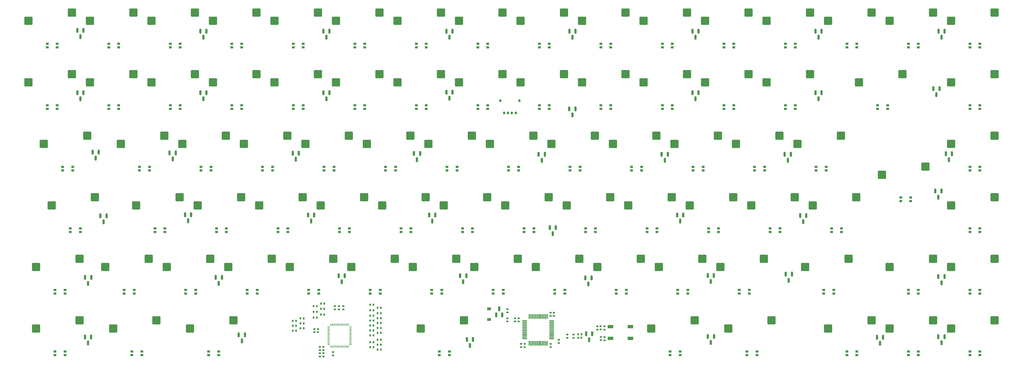
<source format=gbp>
G04 #@! TF.GenerationSoftware,KiCad,Pcbnew,7.0.2*
G04 #@! TF.CreationDate,2023-04-27T19:56:02+01:00*
G04 #@! TF.ProjectId,ISO75+STM+PKRGB,49534f37-352b-4535-944d-2b504b524742,rev?*
G04 #@! TF.SameCoordinates,Original*
G04 #@! TF.FileFunction,Paste,Bot*
G04 #@! TF.FilePolarity,Positive*
%FSLAX46Y46*%
G04 Gerber Fmt 4.6, Leading zero omitted, Abs format (unit mm)*
G04 Created by KiCad (PCBNEW 7.0.2) date 2023-04-27 19:56:02*
%MOMM*%
%LPD*%
G01*
G04 APERTURE LIST*
G04 Aperture macros list*
%AMRoundRect*
0 Rectangle with rounded corners*
0 $1 Rounding radius*
0 $2 $3 $4 $5 $6 $7 $8 $9 X,Y pos of 4 corners*
0 Add a 4 corners polygon primitive as box body*
4,1,4,$2,$3,$4,$5,$6,$7,$8,$9,$2,$3,0*
0 Add four circle primitives for the rounded corners*
1,1,$1+$1,$2,$3*
1,1,$1+$1,$4,$5*
1,1,$1+$1,$6,$7*
1,1,$1+$1,$8,$9*
0 Add four rect primitives between the rounded corners*
20,1,$1+$1,$2,$3,$4,$5,0*
20,1,$1+$1,$4,$5,$6,$7,0*
20,1,$1+$1,$6,$7,$8,$9,0*
20,1,$1+$1,$8,$9,$2,$3,0*%
G04 Aperture macros list end*
%ADD10RoundRect,0.135000X0.185000X-0.135000X0.185000X0.135000X-0.185000X0.135000X-0.185000X-0.135000X0*%
%ADD11RoundRect,0.250000X1.025000X1.000000X-1.025000X1.000000X-1.025000X-1.000000X1.025000X-1.000000X0*%
%ADD12RoundRect,0.140000X-0.170000X0.140000X-0.170000X-0.140000X0.170000X-0.140000X0.170000X0.140000X0*%
%ADD13R,1.200000X0.900000*%
%ADD14RoundRect,0.135000X-0.135000X-0.185000X0.135000X-0.185000X0.135000X0.185000X-0.135000X0.185000X0*%
%ADD15RoundRect,0.070000X0.330000X-0.280000X0.330000X0.280000X-0.330000X0.280000X-0.330000X-0.280000X0*%
%ADD16RoundRect,0.150000X-0.150000X0.587500X-0.150000X-0.587500X0.150000X-0.587500X0.150000X0.587500X0*%
%ADD17RoundRect,0.135000X0.135000X0.185000X-0.135000X0.185000X-0.135000X-0.185000X0.135000X-0.185000X0*%
%ADD18RoundRect,0.135000X-0.185000X0.135000X-0.185000X-0.135000X0.185000X-0.135000X0.185000X0.135000X0*%
%ADD19O,0.220000X0.740000*%
%ADD20O,0.740000X0.220000*%
%ADD21RoundRect,0.140000X0.170000X-0.140000X0.170000X0.140000X-0.170000X0.140000X-0.170000X-0.140000X0*%
%ADD22R,1.800000X1.100000*%
%ADD23RoundRect,0.075000X0.075000X-0.662500X0.075000X0.662500X-0.075000X0.662500X-0.075000X-0.662500X0*%
%ADD24RoundRect,0.075000X0.662500X-0.075000X0.662500X0.075000X-0.662500X0.075000X-0.662500X-0.075000X0*%
%ADD25RoundRect,0.140000X-0.140000X-0.170000X0.140000X-0.170000X0.140000X0.170000X-0.140000X0.170000X0*%
%ADD26RoundRect,0.150000X-0.150000X-0.275000X0.150000X-0.275000X0.150000X0.275000X-0.150000X0.275000X0*%
%ADD27RoundRect,0.175000X-0.175000X-0.225000X0.175000X-0.225000X0.175000X0.225000X-0.175000X0.225000X0*%
%ADD28RoundRect,0.150000X0.150000X-0.587500X0.150000X0.587500X-0.150000X0.587500X-0.150000X-0.587500X0*%
G04 APERTURE END LIST*
D10*
X110998000Y-109018800D03*
X110998000Y-107998800D03*
D11*
X229177500Y-95885000D03*
X242627500Y-93345000D03*
D12*
X192140000Y-117530000D03*
X192140000Y-118490000D03*
D13*
X157500000Y-108850000D03*
X157500000Y-112150000D03*
D14*
X120648000Y-115462000D03*
X121668000Y-115462000D03*
D11*
X231558750Y-114935000D03*
X245008750Y-112395000D03*
D15*
X237368750Y-123105000D03*
X237368750Y-122005000D03*
X240468750Y-122005000D03*
X240468750Y-123105000D03*
D16*
X80000000Y-116862500D03*
X81900000Y-116862500D03*
X80950000Y-118737500D03*
D11*
X181552500Y-76835000D03*
X195002500Y-74295000D03*
D16*
X37150000Y-80025000D03*
X39050000Y-80025000D03*
X38100000Y-81900000D03*
D15*
X134975000Y-46905000D03*
X134975000Y-45805000D03*
X138075000Y-45805000D03*
X138075000Y-46905000D03*
D14*
X122934000Y-118364000D03*
X123954000Y-118364000D03*
D11*
X262515000Y-114935000D03*
X275965000Y-112395000D03*
X91065000Y-19685000D03*
X104515000Y-17145000D03*
D15*
X134975000Y-27855000D03*
X134975000Y-26755000D03*
X138075000Y-26755000D03*
X138075000Y-27855000D03*
D11*
X281565000Y-114935000D03*
X295015000Y-112395000D03*
D16*
X63343750Y-79662500D03*
X65243750Y-79662500D03*
X64293750Y-81537500D03*
D11*
X136308750Y-114935000D03*
X149758750Y-112395000D03*
X48202500Y-76835000D03*
X61652500Y-74295000D03*
D15*
X39725000Y-46905000D03*
X39725000Y-45805000D03*
X42825000Y-45805000D03*
X42825000Y-46905000D03*
D11*
X72015000Y-38735000D03*
X85465000Y-36195000D03*
X172027500Y-95885000D03*
X185477500Y-93345000D03*
D15*
X87350000Y-65955000D03*
X87350000Y-64855000D03*
X90450000Y-64855000D03*
X90450000Y-65955000D03*
X284993750Y-75480000D03*
X284993750Y-74380000D03*
X288093750Y-74380000D03*
X288093750Y-75480000D03*
X249275000Y-27855000D03*
X249275000Y-26755000D03*
X252375000Y-26755000D03*
X252375000Y-27855000D03*
D11*
X17246250Y-95885000D03*
X30696250Y-93345000D03*
X105352500Y-76835000D03*
X118802500Y-74295000D03*
D15*
X58775000Y-27855000D03*
X58775000Y-26755000D03*
X61875000Y-26755000D03*
X61875000Y-27855000D03*
D17*
X97735000Y-114046000D03*
X96715000Y-114046000D03*
D15*
X115925000Y-46905000D03*
X115925000Y-45805000D03*
X119025000Y-45805000D03*
X119025000Y-46905000D03*
D11*
X114877500Y-95885000D03*
X128327500Y-93345000D03*
X148215000Y-19685000D03*
X161665000Y-17145000D03*
D16*
X277656250Y-117600000D03*
X279556250Y-117600000D03*
X278606250Y-119475000D03*
D11*
X138690000Y-57785000D03*
X152140000Y-55245000D03*
D16*
X187575000Y-116537500D03*
X189475000Y-116537500D03*
X188525000Y-118412500D03*
D18*
X109150000Y-122172000D03*
X109150000Y-123192000D03*
D16*
X30006250Y-41925000D03*
X31906250Y-41925000D03*
X30956250Y-43800000D03*
D11*
X119640000Y-57785000D03*
X133090000Y-55245000D03*
X200602500Y-76835000D03*
X214052500Y-74295000D03*
D16*
X110950000Y-98562500D03*
X112850000Y-98562500D03*
X111900000Y-100437500D03*
D11*
X133927500Y-95885000D03*
X147377500Y-93345000D03*
D15*
X173075000Y-27855000D03*
X173075000Y-26755000D03*
X176175000Y-26755000D03*
X176175000Y-27855000D03*
X215937500Y-104055000D03*
X215937500Y-102955000D03*
X219037500Y-102955000D03*
X219037500Y-104055000D03*
X277850000Y-46905000D03*
X277850000Y-45805000D03*
X280950000Y-45805000D03*
X280950000Y-46905000D03*
D12*
X166700000Y-111770000D03*
X166700000Y-112730000D03*
D16*
X215743750Y-79762500D03*
X217643750Y-79762500D03*
X216693750Y-81637500D03*
D11*
X33915000Y-38735000D03*
X47365000Y-36195000D03*
D15*
X23056250Y-104055000D03*
X23056250Y-102955000D03*
X26156250Y-102955000D03*
X26156250Y-104055000D03*
D11*
X214890000Y-57785000D03*
X228340000Y-55245000D03*
D15*
X39725000Y-27855000D03*
X39725000Y-26755000D03*
X42825000Y-26755000D03*
X42825000Y-27855000D03*
D16*
X58581250Y-60525000D03*
X60481250Y-60525000D03*
X59531250Y-62400000D03*
D18*
X181750000Y-116740000D03*
X181750000Y-117760000D03*
D15*
X225462500Y-85005000D03*
X225462500Y-83905000D03*
X228562500Y-83905000D03*
X228562500Y-85005000D03*
D16*
X249081250Y-60975000D03*
X250981250Y-60975000D03*
X250031250Y-62850000D03*
D11*
X67252500Y-76835000D03*
X80702500Y-74295000D03*
D15*
X220700000Y-65955000D03*
X220700000Y-64855000D03*
X223800000Y-64855000D03*
X223800000Y-65955000D03*
X142118750Y-123105000D03*
X142118750Y-122005000D03*
X145218750Y-122005000D03*
X145218750Y-123105000D03*
D11*
X272040000Y-38735000D03*
X285490000Y-36195000D03*
D16*
X134250000Y-60762500D03*
X136150000Y-60762500D03*
X135200000Y-62637500D03*
D11*
X205365000Y-19685000D03*
X218815000Y-17145000D03*
D14*
X122934000Y-108458000D03*
X123954000Y-108458000D03*
D16*
X34750000Y-60262500D03*
X36650000Y-60262500D03*
X35700000Y-62137500D03*
D11*
X224415000Y-19685000D03*
X237865000Y-17145000D03*
D15*
X306425000Y-104055000D03*
X306425000Y-102955000D03*
X309525000Y-102955000D03*
X309525000Y-104055000D03*
D11*
X243465000Y-19685000D03*
X256915000Y-17145000D03*
X22008750Y-76835000D03*
X35458750Y-74295000D03*
D12*
X163200000Y-111770000D03*
X163200000Y-112730000D03*
D15*
X158787500Y-104055000D03*
X158787500Y-102955000D03*
X161887500Y-102955000D03*
X161887500Y-104055000D03*
D17*
X106428000Y-108839000D03*
X105408000Y-108839000D03*
D16*
X220506250Y-22875000D03*
X222406250Y-22875000D03*
X221456250Y-24750000D03*
D11*
X210127500Y-95885000D03*
X223577500Y-93345000D03*
X300615000Y-114935000D03*
X314065000Y-112395000D03*
X129165000Y-19685000D03*
X142615000Y-17145000D03*
X72015000Y-19685000D03*
X85465000Y-17145000D03*
D15*
X306425000Y-27855000D03*
X306425000Y-26755000D03*
X309525000Y-26755000D03*
X309525000Y-27855000D03*
D14*
X185090000Y-116700000D03*
X186110000Y-116700000D03*
D11*
X281565000Y-19685000D03*
X295015000Y-17145000D03*
D19*
X114000000Y-120530000D03*
X113600000Y-120530000D03*
X113200000Y-120530000D03*
X112800000Y-120530000D03*
X112400000Y-120530000D03*
X112000000Y-120530000D03*
X111600000Y-120530000D03*
X111200000Y-120530000D03*
X110800000Y-120530000D03*
X110400000Y-120530000D03*
X110000000Y-120530000D03*
X109600000Y-120530000D03*
X109200000Y-120530000D03*
X108800000Y-120530000D03*
X108400000Y-120530000D03*
D20*
X107795000Y-119925000D03*
X107795000Y-119525000D03*
X107795000Y-119125000D03*
X107795000Y-118725000D03*
X107795000Y-118325000D03*
X107795000Y-117925000D03*
X107795000Y-117525000D03*
X107795000Y-117125000D03*
X107795000Y-116725000D03*
X107795000Y-116325000D03*
X107795000Y-115925000D03*
X107795000Y-115525000D03*
X107795000Y-115125000D03*
X107795000Y-114725000D03*
X107795000Y-114325000D03*
D19*
X108400000Y-113720000D03*
X108800000Y-113720000D03*
X109200000Y-113720000D03*
X109600000Y-113720000D03*
X110000000Y-113720000D03*
X110400000Y-113720000D03*
X110800000Y-113720000D03*
X111200000Y-113720000D03*
X111600000Y-113720000D03*
X112000000Y-113720000D03*
X112400000Y-113720000D03*
X112800000Y-113720000D03*
X113200000Y-113720000D03*
X113600000Y-113720000D03*
X114000000Y-113720000D03*
D20*
X114605000Y-114325000D03*
X114605000Y-114725000D03*
X114605000Y-115125000D03*
X114605000Y-115525000D03*
X114605000Y-115925000D03*
X114605000Y-116325000D03*
X114605000Y-116725000D03*
X114605000Y-117125000D03*
X114605000Y-117525000D03*
X114605000Y-117925000D03*
X114605000Y-118325000D03*
X114605000Y-118725000D03*
X114605000Y-119125000D03*
X114605000Y-119525000D03*
X114605000Y-119925000D03*
D10*
X112369600Y-109018800D03*
X112369600Y-107998800D03*
D15*
X27818750Y-85005000D03*
X27818750Y-83905000D03*
X30918750Y-83905000D03*
X30918750Y-85005000D03*
D17*
X97740000Y-112522000D03*
X96720000Y-112522000D03*
D21*
X104512500Y-116012500D03*
X104512500Y-115052500D03*
D15*
X206412500Y-85005000D03*
X206412500Y-83905000D03*
X209512500Y-83905000D03*
X209512500Y-85005000D03*
D14*
X122934000Y-111652000D03*
X123954000Y-111652000D03*
D15*
X23056250Y-123105000D03*
X23056250Y-122005000D03*
X26156250Y-122005000D03*
X26156250Y-123105000D03*
D11*
X238702500Y-76835000D03*
X252152500Y-74295000D03*
D22*
X201275000Y-114275000D03*
X195075000Y-114275000D03*
X201275000Y-117975000D03*
X195075000Y-117975000D03*
D11*
X262515000Y-19685000D03*
X275965000Y-17145000D03*
D15*
X96875000Y-46905000D03*
X96875000Y-45805000D03*
X99975000Y-45805000D03*
X99975000Y-46905000D03*
D11*
X100590000Y-57785000D03*
X114040000Y-55245000D03*
D16*
X106206250Y-22875000D03*
X108106250Y-22875000D03*
X107156250Y-24750000D03*
D15*
X73062500Y-85005000D03*
X73062500Y-83905000D03*
X76162500Y-83905000D03*
X76162500Y-85005000D03*
X306425000Y-85005000D03*
X306425000Y-83905000D03*
X309525000Y-83905000D03*
X309525000Y-85005000D03*
D11*
X224415000Y-38735000D03*
X237865000Y-36195000D03*
X279183750Y-67310000D03*
X292633750Y-64770000D03*
D21*
X192100000Y-115180000D03*
X192100000Y-114220000D03*
D16*
X296650000Y-98862500D03*
X298550000Y-98862500D03*
X297600000Y-100737500D03*
D15*
X287375000Y-27855000D03*
X287375000Y-26755000D03*
X290475000Y-26755000D03*
X290475000Y-27855000D03*
X268325000Y-123105000D03*
X268325000Y-122005000D03*
X271425000Y-122005000D03*
X271425000Y-123105000D03*
X261181250Y-104055000D03*
X261181250Y-102955000D03*
X264281250Y-102955000D03*
X264281250Y-104055000D03*
D11*
X86302500Y-76835000D03*
X99752500Y-74295000D03*
D16*
X225250000Y-98462500D03*
X227150000Y-98462500D03*
X226200000Y-100337500D03*
D11*
X17246250Y-114935000D03*
X30696250Y-112395000D03*
D15*
X63537500Y-104055000D03*
X63537500Y-102955000D03*
X66637500Y-102955000D03*
X66637500Y-104055000D03*
D16*
X182406250Y-22875000D03*
X184306250Y-22875000D03*
X183356250Y-24750000D03*
D15*
X263562500Y-85005000D03*
X263562500Y-83905000D03*
X266662500Y-83905000D03*
X266662500Y-85005000D03*
D21*
X103412500Y-116012500D03*
X103412500Y-115052500D03*
D15*
X211175000Y-46905000D03*
X211175000Y-45805000D03*
X214275000Y-45805000D03*
X214275000Y-46905000D03*
D16*
X176270000Y-83672500D03*
X178170000Y-83672500D03*
X177220000Y-85547500D03*
D11*
X64871250Y-114935000D03*
X78321250Y-112395000D03*
D15*
X144500000Y-65955000D03*
X144500000Y-64855000D03*
X147600000Y-64855000D03*
X147600000Y-65955000D03*
D16*
X258606250Y-41925000D03*
X260506250Y-41925000D03*
X259556250Y-43800000D03*
D23*
X175470000Y-119478500D03*
X174970000Y-119478500D03*
X174470000Y-119478500D03*
X173970000Y-119478500D03*
X173470000Y-119478500D03*
X172970000Y-119478500D03*
X172470000Y-119478500D03*
X171970000Y-119478500D03*
X171470000Y-119478500D03*
X170970000Y-119478500D03*
X170470000Y-119478500D03*
X169970000Y-119478500D03*
D24*
X168557500Y-118066000D03*
X168557500Y-117566000D03*
X168557500Y-117066000D03*
X168557500Y-116566000D03*
X168557500Y-116066000D03*
X168557500Y-115566000D03*
X168557500Y-115066000D03*
X168557500Y-114566000D03*
X168557500Y-114066000D03*
X168557500Y-113566000D03*
X168557500Y-113066000D03*
X168557500Y-112566000D03*
D23*
X169970000Y-111153500D03*
X170470000Y-111153500D03*
X170970000Y-111153500D03*
X171470000Y-111153500D03*
X171970000Y-111153500D03*
X172470000Y-111153500D03*
X172970000Y-111153500D03*
X173470000Y-111153500D03*
X173970000Y-111153500D03*
X174470000Y-111153500D03*
X174970000Y-111153500D03*
X175470000Y-111153500D03*
D24*
X176882500Y-112566000D03*
X176882500Y-113066000D03*
X176882500Y-113566000D03*
X176882500Y-114066000D03*
X176882500Y-114566000D03*
X176882500Y-115066000D03*
X176882500Y-115566000D03*
X176882500Y-116066000D03*
X176882500Y-116566000D03*
X176882500Y-117066000D03*
X176882500Y-117566000D03*
X176882500Y-118066000D03*
D16*
X148550000Y-98562500D03*
X150450000Y-98562500D03*
X149500000Y-100437500D03*
D17*
X104142000Y-109728000D03*
X103122000Y-109728000D03*
D11*
X129165000Y-38735000D03*
X142615000Y-36195000D03*
D15*
X44487500Y-104055000D03*
X44487500Y-102955000D03*
X47587500Y-102955000D03*
X47587500Y-104055000D03*
D14*
X120648000Y-120650000D03*
X121668000Y-120650000D03*
D15*
X201650000Y-65955000D03*
X201650000Y-64855000D03*
X204750000Y-64855000D03*
X204750000Y-65955000D03*
D11*
X52965000Y-19685000D03*
X66415000Y-17145000D03*
D17*
X106428000Y-107188000D03*
X105408000Y-107188000D03*
D11*
X19627500Y-57785000D03*
X33077500Y-55245000D03*
D16*
X225268750Y-117331250D03*
X227168750Y-117331250D03*
X226218750Y-119206250D03*
X182350000Y-46912500D03*
X184250000Y-46912500D03*
X183300000Y-48787500D03*
D15*
X173075000Y-46905000D03*
X173075000Y-45805000D03*
X176175000Y-45805000D03*
X176175000Y-46905000D03*
D16*
X68106250Y-41925000D03*
X70006250Y-41925000D03*
X69056250Y-43800000D03*
D11*
X176790000Y-57785000D03*
X190240000Y-55245000D03*
D16*
X258606250Y-22875000D03*
X260506250Y-22875000D03*
X259556250Y-24750000D03*
D14*
X120648000Y-109220000D03*
X121668000Y-109220000D03*
D17*
X100078000Y-113284000D03*
X99058000Y-113284000D03*
D16*
X72868750Y-99075000D03*
X74768750Y-99075000D03*
X73818750Y-100950000D03*
D12*
X106212500Y-120602500D03*
X106212500Y-121562500D03*
D16*
X296650000Y-117462500D03*
X298550000Y-117462500D03*
X297600000Y-119337500D03*
D21*
X176550000Y-110980000D03*
X176550000Y-110020000D03*
D12*
X105100000Y-122570000D03*
X105100000Y-123530000D03*
D14*
X122934000Y-121412000D03*
X123954000Y-121412000D03*
D15*
X106400000Y-65955000D03*
X106400000Y-64855000D03*
X109500000Y-64855000D03*
X109500000Y-65955000D03*
X49250000Y-65955000D03*
X49250000Y-64855000D03*
X52350000Y-64855000D03*
X52350000Y-65955000D03*
X154025000Y-46905000D03*
X154025000Y-45805000D03*
X157125000Y-45805000D03*
X157125000Y-46905000D03*
D16*
X298950000Y-60825000D03*
X300850000Y-60825000D03*
X299900000Y-62700000D03*
D11*
X76777500Y-95885000D03*
X90227500Y-93345000D03*
D14*
X120648000Y-107569000D03*
X121668000Y-107569000D03*
D15*
X25437500Y-65955000D03*
X25437500Y-64855000D03*
X28537500Y-64855000D03*
X28537500Y-65955000D03*
X187362500Y-85005000D03*
X187362500Y-83905000D03*
X190462500Y-83905000D03*
X190462500Y-85005000D03*
X177837500Y-104055000D03*
X177837500Y-102955000D03*
X180937500Y-102955000D03*
X180937500Y-104055000D03*
D11*
X110115000Y-38735000D03*
X123565000Y-36195000D03*
D25*
X185100000Y-117750000D03*
X186060000Y-117750000D03*
D15*
X96875000Y-27855000D03*
X96875000Y-26755000D03*
X99975000Y-26755000D03*
X99975000Y-27855000D03*
X20675000Y-27855000D03*
X20675000Y-26755000D03*
X23775000Y-26755000D03*
X23775000Y-27855000D03*
D11*
X167265000Y-19685000D03*
X180715000Y-17145000D03*
D16*
X295118750Y-40659375D03*
X297018750Y-40659375D03*
X296068750Y-42534375D03*
D11*
X300615000Y-95885000D03*
X314065000Y-93345000D03*
D15*
X111162500Y-85005000D03*
X111162500Y-83905000D03*
X114262500Y-83905000D03*
X114262500Y-85005000D03*
D17*
X100078000Y-111760000D03*
X99058000Y-111760000D03*
D11*
X252990000Y-57785000D03*
X266440000Y-55245000D03*
X95827500Y-95885000D03*
X109277500Y-93345000D03*
D15*
X120687500Y-104055000D03*
X120687500Y-102955000D03*
X123787500Y-102955000D03*
X123787500Y-104055000D03*
D11*
X186315000Y-38735000D03*
X199765000Y-36195000D03*
D15*
X192125000Y-46905000D03*
X192125000Y-45805000D03*
X195225000Y-45805000D03*
X195225000Y-46905000D03*
D16*
X138950000Y-79762500D03*
X140850000Y-79762500D03*
X139900000Y-81637500D03*
D11*
X62490000Y-57785000D03*
X75940000Y-55245000D03*
D15*
X58775000Y-46905000D03*
X58775000Y-45805000D03*
X61875000Y-45805000D03*
X61875000Y-46905000D03*
D11*
X255371250Y-95885000D03*
X268821250Y-93345000D03*
X148215000Y-38735000D03*
X161665000Y-36195000D03*
X167265000Y-38735000D03*
X180715000Y-36195000D03*
D14*
X120648000Y-110890000D03*
X121668000Y-110890000D03*
D11*
X207746250Y-114935000D03*
X221196250Y-112395000D03*
D15*
X211175000Y-27855000D03*
X211175000Y-26755000D03*
X214275000Y-26755000D03*
X214275000Y-27855000D03*
X92112500Y-85005000D03*
X92112500Y-83905000D03*
X95212500Y-83905000D03*
X95212500Y-85005000D03*
D17*
X100078000Y-114808000D03*
X99058000Y-114808000D03*
D18*
X183650000Y-116740000D03*
X183650000Y-117760000D03*
D12*
X165550000Y-111770000D03*
X165550000Y-112730000D03*
D15*
X213556250Y-123105000D03*
X213556250Y-122005000D03*
X216656250Y-122005000D03*
X216656250Y-123105000D03*
D11*
X57727500Y-95885000D03*
X71177500Y-93345000D03*
D12*
X163150000Y-108920000D03*
X163150000Y-109880000D03*
D11*
X243465000Y-38735000D03*
X256915000Y-36195000D03*
D16*
X96713000Y-60657500D03*
X98613000Y-60657500D03*
X97663000Y-62532500D03*
D15*
X163550000Y-65955000D03*
X163550000Y-64855000D03*
X166650000Y-64855000D03*
X166650000Y-65955000D03*
X168312500Y-85005000D03*
X168312500Y-83905000D03*
X171412500Y-83905000D03*
X171412500Y-85005000D03*
D16*
X253843750Y-79962500D03*
X255743750Y-79962500D03*
X254793750Y-81837500D03*
D15*
X234987500Y-104055000D03*
X234987500Y-102955000D03*
X238087500Y-102955000D03*
X238087500Y-104055000D03*
D11*
X157740000Y-57785000D03*
X171190000Y-55245000D03*
X38677500Y-95885000D03*
X52127500Y-93345000D03*
D26*
X162170000Y-48155000D03*
X163370000Y-48155000D03*
X164570000Y-48155000D03*
X165770000Y-48155000D03*
D27*
X161020000Y-44380000D03*
X166920000Y-44380000D03*
D15*
X244512500Y-85005000D03*
X244512500Y-83905000D03*
X247612500Y-83905000D03*
X247612500Y-85005000D03*
D10*
X109778800Y-109018800D03*
X109778800Y-107998800D03*
D15*
X101637500Y-104055000D03*
X101637500Y-102955000D03*
X104737500Y-102955000D03*
X104737500Y-104055000D03*
D14*
X122934000Y-110128000D03*
X123954000Y-110128000D03*
X122934000Y-114700000D03*
X123954000Y-114700000D03*
D11*
X52965000Y-38735000D03*
X66415000Y-36195000D03*
D16*
X172881250Y-60975000D03*
X174781250Y-60975000D03*
X173831250Y-62850000D03*
D15*
X77825000Y-27855000D03*
X77825000Y-26755000D03*
X80925000Y-26755000D03*
X80925000Y-27855000D03*
X82587500Y-104055000D03*
X82587500Y-102955000D03*
X85687500Y-102955000D03*
X85687500Y-104055000D03*
D11*
X41058750Y-114935000D03*
X54508750Y-112395000D03*
D12*
X105112500Y-120602500D03*
X105112500Y-121562500D03*
D15*
X239750000Y-65955000D03*
X239750000Y-64855000D03*
X242850000Y-64855000D03*
X242850000Y-65955000D03*
D11*
X186315000Y-19685000D03*
X199765000Y-17145000D03*
D21*
X177600000Y-110980000D03*
X177600000Y-110020000D03*
X179100000Y-119380000D03*
X179100000Y-118420000D03*
D14*
X122934000Y-119888000D03*
X123954000Y-119888000D03*
D11*
X257752500Y-76835000D03*
X271202500Y-74295000D03*
X205365000Y-38735000D03*
X218815000Y-36195000D03*
D16*
X210981250Y-60975000D03*
X212881250Y-60975000D03*
X211931250Y-62850000D03*
D15*
X230225000Y-46905000D03*
X230225000Y-45805000D03*
X233325000Y-45805000D03*
X233325000Y-46905000D03*
X154025000Y-27855000D03*
X154025000Y-26755000D03*
X157125000Y-26755000D03*
X157125000Y-27855000D03*
D16*
X32387500Y-99075000D03*
X34287500Y-99075000D03*
X33337500Y-100950000D03*
D15*
X306425000Y-46905000D03*
X306425000Y-45805000D03*
X309525000Y-45805000D03*
X309525000Y-46905000D03*
D11*
X300615000Y-76835000D03*
X314065000Y-74295000D03*
X152977500Y-95885000D03*
X166427500Y-93345000D03*
D16*
X144306250Y-41781250D03*
X146206250Y-41781250D03*
X145256250Y-43656250D03*
D21*
X176600000Y-120630000D03*
X176600000Y-119670000D03*
D11*
X162502500Y-76835000D03*
X175952500Y-74295000D03*
D17*
X104142000Y-107950000D03*
X103122000Y-107950000D03*
D14*
X122934000Y-113176000D03*
X123954000Y-113176000D03*
D15*
X125450000Y-65955000D03*
X125450000Y-64855000D03*
X128550000Y-64855000D03*
X128550000Y-65955000D03*
D11*
X191077500Y-95885000D03*
X204527500Y-93345000D03*
D14*
X120648000Y-113938000D03*
X121668000Y-113938000D03*
D15*
X192125000Y-27855000D03*
X192125000Y-26755000D03*
X195225000Y-26755000D03*
X195225000Y-27855000D03*
D11*
X233940000Y-57785000D03*
X247390000Y-55245000D03*
X81540000Y-57785000D03*
X94990000Y-55245000D03*
D15*
X306425000Y-65955000D03*
X306425000Y-64855000D03*
X309525000Y-64855000D03*
X309525000Y-65955000D03*
X287375000Y-104055000D03*
X287375000Y-102955000D03*
X290475000Y-102955000D03*
X290475000Y-104055000D03*
X287375000Y-123105000D03*
X287375000Y-122005000D03*
X290475000Y-122005000D03*
X290475000Y-123105000D03*
D16*
X101443750Y-79800000D03*
X103343750Y-79800000D03*
X102393750Y-81675000D03*
X32350000Y-117562500D03*
X34250000Y-117562500D03*
X33300000Y-119437500D03*
D10*
X193230000Y-118520000D03*
X193230000Y-117500000D03*
D15*
X230225000Y-27855000D03*
X230225000Y-26755000D03*
X233325000Y-26755000D03*
X233325000Y-27855000D03*
D16*
X187325000Y-99218750D03*
X189225000Y-99218750D03*
X188275000Y-101093750D03*
D15*
X130212500Y-85005000D03*
X130212500Y-83905000D03*
X133312500Y-83905000D03*
X133312500Y-85005000D03*
D11*
X14865000Y-19685000D03*
X28315000Y-17145000D03*
D15*
X249275000Y-46905000D03*
X249275000Y-45805000D03*
X252375000Y-45805000D03*
X252375000Y-46905000D03*
X182600000Y-65955000D03*
X182600000Y-64855000D03*
X185700000Y-64855000D03*
X185700000Y-65955000D03*
D16*
X106206250Y-41925000D03*
X108106250Y-41925000D03*
X107156250Y-43800000D03*
D11*
X195840000Y-57785000D03*
X209290000Y-55245000D03*
D16*
X150620000Y-118272500D03*
X152520000Y-118272500D03*
X151570000Y-120147500D03*
D15*
X46868750Y-123105000D03*
X46868750Y-122005000D03*
X49968750Y-122005000D03*
X49968750Y-123105000D03*
D28*
X161600000Y-110687500D03*
X159700000Y-110687500D03*
X160650000Y-108812500D03*
D14*
X120648000Y-119126000D03*
X121668000Y-119126000D03*
D15*
X20675000Y-46905000D03*
X20675000Y-45805000D03*
X23775000Y-45805000D03*
X23775000Y-46905000D03*
D11*
X143452500Y-76835000D03*
X156902500Y-74295000D03*
X300615000Y-38735000D03*
X314065000Y-36195000D03*
D15*
X196887500Y-104055000D03*
X196887500Y-102955000D03*
X199987500Y-102955000D03*
X199987500Y-104055000D03*
X115925000Y-27855000D03*
X115925000Y-26755000D03*
X119025000Y-26755000D03*
X119025000Y-27855000D03*
X54012500Y-85005000D03*
X54012500Y-83905000D03*
X57112500Y-83905000D03*
X57112500Y-85005000D03*
D16*
X68106250Y-22875000D03*
X70006250Y-22875000D03*
X69056250Y-24750000D03*
D17*
X104142000Y-111506000D03*
X103122000Y-111506000D03*
D11*
X43440000Y-57785000D03*
X56890000Y-55245000D03*
D15*
X70681250Y-123105000D03*
X70681250Y-122005000D03*
X73781250Y-122005000D03*
X73781250Y-123105000D03*
D12*
X168500000Y-119670000D03*
X168500000Y-120630000D03*
D11*
X300615000Y-57785000D03*
X314065000Y-55245000D03*
D14*
X122934000Y-116224000D03*
X123954000Y-116224000D03*
D15*
X258800000Y-65955000D03*
X258800000Y-64855000D03*
X261900000Y-64855000D03*
X261900000Y-65955000D03*
D11*
X219652500Y-76835000D03*
X233102500Y-74295000D03*
X124402500Y-76835000D03*
X137852500Y-74295000D03*
D12*
X167450000Y-119670000D03*
X167450000Y-120630000D03*
D16*
X220506250Y-41925000D03*
X222406250Y-41925000D03*
X221456250Y-43800000D03*
X249400000Y-98100000D03*
X251300000Y-98100000D03*
X250350000Y-99975000D03*
D11*
X300615000Y-19685000D03*
X314065000Y-17145000D03*
D16*
X296706250Y-22875000D03*
X298606250Y-22875000D03*
X297656250Y-24750000D03*
D15*
X268325000Y-27855000D03*
X268325000Y-26755000D03*
X271425000Y-26755000D03*
X271425000Y-27855000D03*
D11*
X110115000Y-19685000D03*
X123565000Y-17145000D03*
D15*
X77825000Y-46905000D03*
X77825000Y-45805000D03*
X80925000Y-45805000D03*
X80925000Y-46905000D03*
X306425000Y-123105000D03*
X306425000Y-122005000D03*
X309525000Y-122005000D03*
X309525000Y-123105000D03*
D11*
X33915000Y-19685000D03*
X47365000Y-17145000D03*
D16*
X144306250Y-22875000D03*
X146206250Y-22875000D03*
X145256250Y-24750000D03*
D11*
X91065000Y-38735000D03*
X104515000Y-36195000D03*
D15*
X139737500Y-104055000D03*
X139737500Y-102955000D03*
X142837500Y-102955000D03*
X142837500Y-104055000D03*
D12*
X106200000Y-122570000D03*
X106200000Y-123530000D03*
D16*
X295700000Y-72362500D03*
X297600000Y-72362500D03*
X296650000Y-74237500D03*
D18*
X191000000Y-114210000D03*
X191000000Y-115230000D03*
D15*
X68300000Y-65955000D03*
X68300000Y-64855000D03*
X71400000Y-64855000D03*
X71400000Y-65955000D03*
D16*
X30006250Y-22662500D03*
X31906250Y-22662500D03*
X30956250Y-24537500D03*
D10*
X193250000Y-115210000D03*
X193250000Y-114190000D03*
D17*
X106428000Y-110617000D03*
X105408000Y-110617000D03*
X97735000Y-115570000D03*
X96715000Y-115570000D03*
D11*
X14865000Y-38735000D03*
X28315000Y-36195000D03*
D14*
X120648000Y-116986000D03*
X121668000Y-116986000D03*
D11*
X281565000Y-95885000D03*
X295015000Y-93345000D03*
D14*
X120648000Y-112414000D03*
X121668000Y-112414000D03*
D15*
X149262500Y-85005000D03*
X149262500Y-83905000D03*
X152362500Y-83905000D03*
X152362500Y-85005000D03*
M02*

</source>
